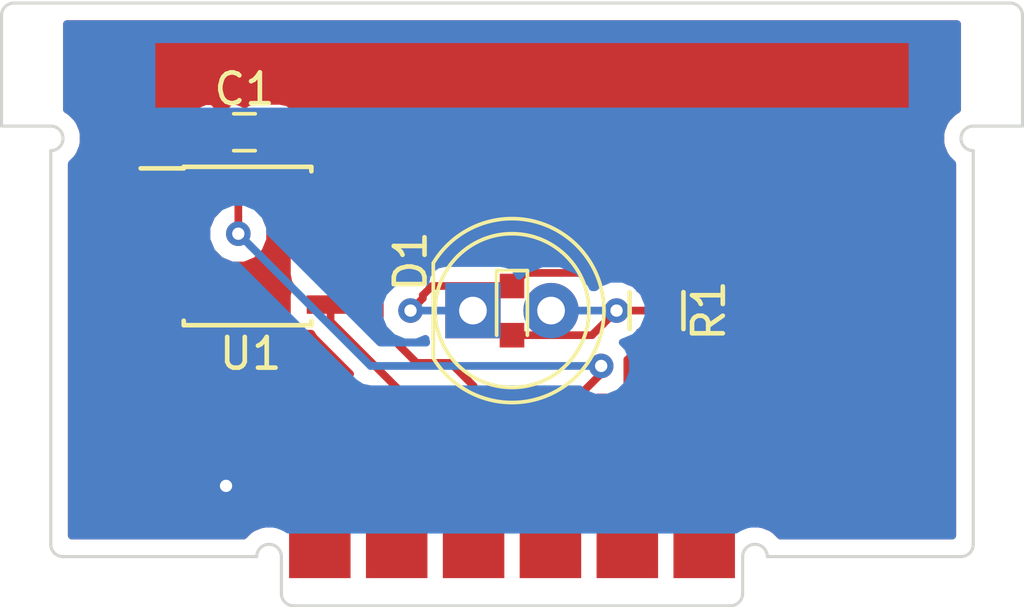
<source format=kicad_pcb>
(kicad_pcb (version 20170123) (host pcbnew "(2017-09-07 revision 3b08636)-master")

  (general
    (thickness 1.6)
    (drawings 26)
    (tracks 57)
    (zones 0)
    (modules 6)
    (nets 8)
  )

  (page A4)
  (layers
    (0 F.Cu signal)
    (31 B.Cu signal)
    (32 B.Adhes user)
    (33 F.Adhes user)
    (34 B.Paste user)
    (35 F.Paste user)
    (36 B.SilkS user)
    (37 F.SilkS user)
    (38 B.Mask user)
    (39 F.Mask user)
    (40 Dwgs.User user)
    (41 Cmts.User user)
    (42 Eco1.User user hide)
    (43 Eco2.User user)
    (44 Edge.Cuts user)
    (45 Margin user)
    (46 B.CrtYd user)
    (47 F.CrtYd user)
    (48 B.Fab user)
    (49 F.Fab user)
  )

  (setup
    (last_trace_width 0.25)
    (trace_clearance 0.2)
    (zone_clearance 0.508)
    (zone_45_only yes)
    (trace_min 0.2)
    (segment_width 0.2)
    (edge_width 0.2)
    (via_size 0.8)
    (via_drill 0.4)
    (via_min_size 0.4)
    (via_min_drill 0.3)
    (uvia_size 0.3)
    (uvia_drill 0.1)
    (uvias_allowed no)
    (uvia_min_size 0.2)
    (uvia_min_drill 0.1)
    (pcb_text_width 0.3)
    (pcb_text_size 1.5 1.5)
    (mod_edge_width 0.15)
    (mod_text_size 1 1)
    (mod_text_width 0.15)
    (pad_size 1.524 1.524)
    (pad_drill 0.762)
    (pad_to_mask_clearance 0.2)
    (aux_axis_origin 143.4 67)
    (grid_origin 143.4 67)
    (visible_elements FFFFEF7F)
    (pcbplotparams
      (layerselection 0x010f0_ffffffff)
      (usegerberextensions true)
      (usegerberattributes true)
      (usegerberadvancedattributes true)
      (creategerberjobfile true)
      (excludeedgelayer false)
      (linewidth 0.100000)
      (plotframeref false)
      (viasonmask false)
      (mode 1)
      (useauxorigin true)
      (hpglpennumber 1)
      (hpglpenspeed 20)
      (hpglpendiameter 15)
      (psnegative false)
      (psa4output false)
      (plotreference true)
      (plotvalue true)
      (plotinvisibletext false)
      (padsonsilk false)
      (subtractmaskfromsilk false)
      (outputformat 1)
      (mirror false)
      (drillshape 0)
      (scaleselection 1)
      (outputdirectory DI-Lambda-UNO-panel-LED-v1.3-gerbers-2017dec10))
  )

  (net 0 "")
  (net 1 GND)
  (net 2 /SDA)
  (net 3 /SCL)
  (net 4 /VCC)
  (net 5 /GLED)
  (net 6 /VLED)
  (net 7 "Net-(D1-Pad1)")

  (net_class Default "This is the default net class."
    (clearance 0.2)
    (trace_width 0.25)
    (via_dia 0.8)
    (via_drill 0.4)
    (uvia_dia 0.3)
    (uvia_drill 0.1)
    (add_net /GLED)
    (add_net /SCL)
    (add_net /SDA)
    (add_net /VCC)
    (add_net /VLED)
    (add_net GND)
    (add_net "Net-(D1-Pad1)")
  )

  (module Spring-contact-connector-2:Contact-2.5x6 (layer F.Cu) (tedit 59ED5B97) (tstamp 59DED56A)
    (at 160 90.7)
    (path /59A83F54)
    (fp_text reference J1 (at -9 -2.4) (layer F.SilkS) hide
      (effects (font (size 1 1) (thickness 0.15)))
    )
    (fp_text value Conn_01X06 (at 0 1.5) (layer F.Fab)
      (effects (font (size 1 1) (thickness 0.15)))
    )
    (pad 6 smd rect (at 6.25 -1) (size 2 6) (layers F.Cu F.Paste F.Mask)
      (net 6 /VLED))
    (pad 5 smd rect (at 3.75 -1) (size 2 6) (layers F.Cu F.Paste F.Mask)
      (net 5 /GLED))
    (pad 4 smd rect (at 1.25 -1) (size 2 6) (layers F.Cu F.Paste F.Mask)
      (net 4 /VCC))
    (pad 3 smd rect (at -1.25 -1) (size 2 6) (layers F.Cu F.Paste F.Mask)
      (net 3 /SCL))
    (pad 2 smd rect (at -3.75 -1) (size 2 6) (layers F.Cu F.Paste F.Mask)
      (net 2 /SDA))
    (pad 1 smd rect (at -6.25 -1) (size 2 6) (layers F.Cu F.Paste F.Mask)
      (net 1 GND))
  )

  (module LED-single-layer:LED_D5.0mm (layer F.Cu) (tedit 599DFFEA) (tstamp 59E67C95)
    (at 158.73 84)
    (descr "LED, diameter 5.0mm, 2 pins, http://cdn-reichelt.de/documents/datenblatt/A500/LL-504BC2E-009.pdf")
    (tags "LED diameter 5.0mm 2 pins")
    (path /59A84290)
    (fp_text reference D1 (at -2.03 -1.6 90) (layer F.SilkS)
      (effects (font (size 1 1) (thickness 0.15)))
    )
    (fp_text value LED (at 1.27 3.96) (layer F.Fab)
      (effects (font (size 1 1) (thickness 0.15)))
    )
    (fp_line (start 4.5 -3.25) (end -1.95 -3.25) (layer F.CrtYd) (width 0.05))
    (fp_line (start 4.5 3.25) (end 4.5 -3.25) (layer F.CrtYd) (width 0.05))
    (fp_line (start -1.95 3.25) (end 4.5 3.25) (layer F.CrtYd) (width 0.05))
    (fp_line (start -1.95 -3.25) (end -1.95 3.25) (layer F.CrtYd) (width 0.05))
    (fp_line (start -1.29 -1.545) (end -1.29 1.545) (layer F.SilkS) (width 0.12))
    (fp_line (start -1.23 -1.469694) (end -1.23 1.469694) (layer F.Fab) (width 0.1))
    (fp_circle (center 1.27 0) (end 3.77 0) (layer F.SilkS) (width 0.12))
    (fp_circle (center 1.27 0) (end 3.77 0) (layer F.Fab) (width 0.1))
    (fp_arc (start 1.27 0) (end -1.29 1.54483) (angle -148.9) (layer F.SilkS) (width 0.12))
    (fp_arc (start 1.27 0) (end -1.29 -1.54483) (angle 148.9) (layer F.SilkS) (width 0.12))
    (fp_arc (start 1.27 0) (end -1.23 -1.469694) (angle 299.1) (layer F.Fab) (width 0.1))
    (pad 2 thru_hole circle (at 2.54 0) (size 1.8 1.8) (drill 0.9) (layers B.Cu B.Mask)
      (net 6 /VLED))
    (pad 1 thru_hole rect (at 0 0) (size 1.8 1.8) (drill 0.9) (layers B.Cu B.Mask)
      (net 7 "Net-(D1-Pad1)"))
    (model LEDs.3dshapes/LED_D5.0mm.wrl
      (at (xyz 0 0 0))
      (scale (xyz 0.393701 0.393701 0.393701))
      (rotate (xyz 0 0 0))
    )
  )

  (module Capacitors_SMD:C_0603 (layer F.Cu) (tedit 5415D631) (tstamp 59DED5CC)
    (at 151.3 78.2 180)
    (descr "Capacitor SMD 0603, reflow soldering, AVX (see smccp.pdf)")
    (tags "capacitor 0603")
    (path /59A85D49)
    (attr smd)
    (fp_text reference C1 (at 0 1.4 180) (layer F.SilkS)
      (effects (font (size 1 1) (thickness 0.15)))
    )
    (fp_text value "0.1uF 25v" (at 0 1.9 180) (layer F.Fab)
      (effects (font (size 1 1) (thickness 0.15)))
    )
    (fp_line (start 0.35 0.6) (end -0.35 0.6) (layer F.SilkS) (width 0.12))
    (fp_line (start -0.35 -0.6) (end 0.35 -0.6) (layer F.SilkS) (width 0.12))
    (fp_line (start 1.45 -0.75) (end 1.45 0.75) (layer F.CrtYd) (width 0.05))
    (fp_line (start -1.45 -0.75) (end -1.45 0.75) (layer F.CrtYd) (width 0.05))
    (fp_line (start -1.45 0.75) (end 1.45 0.75) (layer F.CrtYd) (width 0.05))
    (fp_line (start -1.45 -0.75) (end 1.45 -0.75) (layer F.CrtYd) (width 0.05))
    (fp_line (start -0.8 -0.4) (end 0.8 -0.4) (layer F.Fab) (width 0.1))
    (fp_line (start 0.8 -0.4) (end 0.8 0.4) (layer F.Fab) (width 0.1))
    (fp_line (start 0.8 0.4) (end -0.8 0.4) (layer F.Fab) (width 0.1))
    (fp_line (start -0.8 0.4) (end -0.8 -0.4) (layer F.Fab) (width 0.1))
    (pad 2 smd rect (at 0.75 0 180) (size 0.8 0.75) (layers F.Cu F.Paste F.Mask)
      (net 1 GND))
    (pad 1 smd rect (at -0.75 0 180) (size 0.8 0.75) (layers F.Cu F.Paste F.Mask)
      (net 4 /VCC))
    (model Capacitors_SMD.3dshapes/C_0603.wrl
      (at (xyz 0 0 0))
      (scale (xyz 1 1 1))
      (rotate (xyz 0 0 0))
    )
  )

  (module Housings_SOIC:SOIC-8_3.9x4.9mm_Pitch1.27mm (layer F.Cu) (tedit 54130A77) (tstamp 59DED5BC)
    (at 151.4 81.9)
    (descr "8-Lead Plastic Small Outline (SN) - Narrow, 3.90 mm Body [SOIC] (see Microchip Packaging Specification 00000049BS.pdf)")
    (tags "SOIC 1.27")
    (path /59A84A8E)
    (attr smd)
    (fp_text reference U1 (at 0.1 3.5) (layer F.SilkS)
      (effects (font (size 1 1) (thickness 0.15)))
    )
    (fp_text value 24LC02 (at 0 3.5) (layer F.Fab)
      (effects (font (size 1 1) (thickness 0.15)))
    )
    (fp_line (start -2.075 -2.525) (end -3.475 -2.525) (layer F.SilkS) (width 0.15))
    (fp_line (start -2.075 2.575) (end 2.075 2.575) (layer F.SilkS) (width 0.15))
    (fp_line (start -2.075 -2.575) (end 2.075 -2.575) (layer F.SilkS) (width 0.15))
    (fp_line (start -2.075 2.575) (end -2.075 2.43) (layer F.SilkS) (width 0.15))
    (fp_line (start 2.075 2.575) (end 2.075 2.43) (layer F.SilkS) (width 0.15))
    (fp_line (start 2.075 -2.575) (end 2.075 -2.43) (layer F.SilkS) (width 0.15))
    (fp_line (start -2.075 -2.575) (end -2.075 -2.525) (layer F.SilkS) (width 0.15))
    (fp_line (start -3.75 2.75) (end 3.75 2.75) (layer F.CrtYd) (width 0.05))
    (fp_line (start -3.75 -2.75) (end 3.75 -2.75) (layer F.CrtYd) (width 0.05))
    (fp_line (start 3.75 -2.75) (end 3.75 2.75) (layer F.CrtYd) (width 0.05))
    (fp_line (start -3.75 -2.75) (end -3.75 2.75) (layer F.CrtYd) (width 0.05))
    (fp_line (start -1.95 -1.45) (end -0.95 -2.45) (layer F.Fab) (width 0.15))
    (fp_line (start -1.95 2.45) (end -1.95 -1.45) (layer F.Fab) (width 0.15))
    (fp_line (start 1.95 2.45) (end -1.95 2.45) (layer F.Fab) (width 0.15))
    (fp_line (start 1.95 -2.45) (end 1.95 2.45) (layer F.Fab) (width 0.15))
    (fp_line (start -0.95 -2.45) (end 1.95 -2.45) (layer F.Fab) (width 0.15))
    (pad 8 smd rect (at 2.7 -1.905) (size 1.55 0.6) (layers F.Cu F.Paste F.Mask)
      (net 4 /VCC))
    (pad 7 smd rect (at 2.7 -0.635) (size 1.55 0.6) (layers F.Cu F.Paste F.Mask)
      (net 1 GND))
    (pad 6 smd rect (at 2.7 0.635) (size 1.55 0.6) (layers F.Cu F.Paste F.Mask)
      (net 3 /SCL))
    (pad 5 smd rect (at 2.7 1.905) (size 1.55 0.6) (layers F.Cu F.Paste F.Mask)
      (net 2 /SDA))
    (pad 4 smd rect (at -2.7 1.905) (size 1.55 0.6) (layers F.Cu F.Paste F.Mask)
      (net 1 GND))
    (pad 3 smd rect (at -2.7 0.635) (size 1.55 0.6) (layers F.Cu F.Paste F.Mask)
      (net 1 GND))
    (pad 2 smd rect (at -2.7 -0.635) (size 1.55 0.6) (layers F.Cu F.Paste F.Mask)
      (net 1 GND))
    (pad 1 smd rect (at -2.7 -1.905) (size 1.55 0.6) (layers F.Cu F.Paste F.Mask)
      (net 1 GND))
    (model Housings_SOIC.3dshapes/SOIC-8_3.9x4.9mm_Pitch1.27mm.wrl
      (at (xyz 0 0 0))
      (scale (xyz 1 1 1))
      (rotate (xyz 0 0 0))
    )
  )

  (module LEDs:LED_0603 (layer F.Cu) (tedit 599E1FDD) (tstamp 59DED5A0)
    (at 160 84 270)
    (descr "LED 0603 smd package")
    (tags "LED led 0603 SMD smd SMT smt smdled SMDLED smtled SMTLED")
    (path /59A8436B)
    (attr smd)
    (fp_text reference D2 (at 0 -1.3 270) (layer F.SilkS) hide
      (effects (font (size 1 1) (thickness 0.15)))
    )
    (fp_text value LED (at 0 1.35 270) (layer F.Fab)
      (effects (font (size 1 1) (thickness 0.15)))
    )
    (fp_line (start -1.45 -0.65) (end 1.45 -0.65) (layer F.CrtYd) (width 0.05))
    (fp_line (start -1.45 0.65) (end -1.45 -0.65) (layer F.CrtYd) (width 0.05))
    (fp_line (start 1.45 0.65) (end -1.45 0.65) (layer F.CrtYd) (width 0.05))
    (fp_line (start 1.45 -0.65) (end 1.45 0.65) (layer F.CrtYd) (width 0.05))
    (fp_line (start -1.3 -0.5) (end 0.8 -0.5) (layer F.SilkS) (width 0.12))
    (fp_line (start -1.3 0.5) (end 0.8 0.5) (layer F.SilkS) (width 0.12))
    (fp_line (start -0.8 0.4) (end -0.8 -0.4) (layer F.Fab) (width 0.1))
    (fp_line (start -0.8 -0.4) (end 0.8 -0.4) (layer F.Fab) (width 0.1))
    (fp_line (start 0.8 -0.4) (end 0.8 0.4) (layer F.Fab) (width 0.1))
    (fp_line (start 0.8 0.4) (end -0.8 0.4) (layer F.Fab) (width 0.1))
    (fp_line (start 0.15 -0.2) (end 0.15 0.2) (layer F.Fab) (width 0.1))
    (fp_line (start 0.15 0.2) (end -0.15 0) (layer F.Fab) (width 0.1))
    (fp_line (start -0.15 0) (end 0.15 -0.2) (layer F.Fab) (width 0.1))
    (fp_line (start -0.2 -0.2) (end -0.2 0.2) (layer F.Fab) (width 0.1))
    (fp_line (start -1.3 -0.5) (end -1.3 0.5) (layer F.SilkS) (width 0.12))
    (pad 1 smd rect (at -0.8 0 90) (size 0.8 0.8) (layers F.Cu F.Paste F.Mask)
      (net 7 "Net-(D1-Pad1)"))
    (pad 2 smd rect (at 0.8 0 90) (size 0.8 0.8) (layers F.Cu F.Paste F.Mask)
      (net 6 /VLED))
    (model LEDs.3dshapes/LED_0603.wrl
      (at (xyz 0 0 0))
      (scale (xyz 1 1 1))
      (rotate (xyz 0 0 180))
    )
  )

  (module Resistors_SMD:R_0805 (layer F.Cu) (tedit 58307B54) (tstamp 59DED57A)
    (at 164.7 84 90)
    (descr "Resistor SMD 0805, reflow soldering, Vishay (see dcrcw.pdf)")
    (tags "resistor 0805")
    (path /59A84411)
    (attr smd)
    (fp_text reference R1 (at 0 1.7 90) (layer F.SilkS)
      (effects (font (size 1 1) (thickness 0.15)))
    )
    (fp_text value R_Small (at 0 2.1 90) (layer F.Fab)
      (effects (font (size 1 1) (thickness 0.15)))
    )
    (fp_line (start -0.6 -0.875) (end 0.6 -0.875) (layer F.SilkS) (width 0.15))
    (fp_line (start 0.6 0.875) (end -0.6 0.875) (layer F.SilkS) (width 0.15))
    (fp_line (start 1.6 -1) (end 1.6 1) (layer F.CrtYd) (width 0.05))
    (fp_line (start -1.6 -1) (end -1.6 1) (layer F.CrtYd) (width 0.05))
    (fp_line (start -1.6 1) (end 1.6 1) (layer F.CrtYd) (width 0.05))
    (fp_line (start -1.6 -1) (end 1.6 -1) (layer F.CrtYd) (width 0.05))
    (fp_line (start -1 -0.625) (end 1 -0.625) (layer F.Fab) (width 0.1))
    (fp_line (start 1 -0.625) (end 1 0.625) (layer F.Fab) (width 0.1))
    (fp_line (start 1 0.625) (end -1 0.625) (layer F.Fab) (width 0.1))
    (fp_line (start -1 0.625) (end -1 -0.625) (layer F.Fab) (width 0.1))
    (pad 2 smd rect (at 0.95 0 90) (size 0.7 1.3) (layers F.Cu F.Paste F.Mask)
      (net 7 "Net-(D1-Pad1)"))
    (pad 1 smd rect (at -0.95 0 90) (size 0.7 1.3) (layers F.Cu F.Paste F.Mask)
      (net 5 /GLED))
    (model Resistors_SMD.3dshapes/R_0805.wrl
      (at (xyz 0 0 0))
      (scale (xyz 1 1 1))
      (rotate (xyz 0 0 0))
    )
  )

  (gr_text "DI-Lambda UNO v1.3" (at 160.7 76.4) (layer B.Mask)
    (effects (font (size 1.5 1.5) (thickness 0.3)) (justify mirror))
  )
  (dimension 4 (width 0.3) (layer Eco1.User)
    (gr_text "4.000 mm" (at 173.05 90 90) (layer Eco1.User) (tstamp 5AA8CD37)
      (effects (font (size 1.5 1.5) (thickness 0.3)))
    )
    (feature1 (pts (xy 151.7 88) (xy 174.4 88)))
    (feature2 (pts (xy 151.7 92) (xy 174.4 92)))
    (crossbar (pts (xy 171.7 92) (xy 171.7 88)))
    (arrow1a (pts (xy 171.7 88) (xy 172.286421 89.126504)))
    (arrow1b (pts (xy 171.7 88) (xy 171.113579 89.126504)))
    (arrow2a (pts (xy 171.7 92) (xy 172.286421 90.873496)))
    (arrow2b (pts (xy 171.7 92) (xy 171.113579 90.873496)))
  )
  (dimension 8 (width 0.3) (layer Eco1.User)
    (gr_text "8.000 mm" (at 168.25 88 90) (layer Eco1.User) (tstamp 5AA8CD38)
      (effects (font (size 1.5 1.5) (thickness 0.3)))
    )
    (feature1 (pts (xy 151.6 84) (xy 169.6 84)))
    (feature2 (pts (xy 151.6 92) (xy 169.6 92)))
    (crossbar (pts (xy 166.9 92) (xy 166.9 84)))
    (arrow1a (pts (xy 166.9 84) (xy 167.486421 85.126504)))
    (arrow1b (pts (xy 166.9 84) (xy 166.313579 85.126504)))
    (arrow2a (pts (xy 166.9 92) (xy 167.486421 90.873496)))
    (arrow2b (pts (xy 166.9 92) (xy 166.313579 90.873496)))
  )
  (dimension 7.5 (width 0.3) (layer Eco1.User)
    (gr_text "7.500 mm" (at 156.25 73.95) (layer Eco1.User) (tstamp 5AA8CD39)
      (effects (font (size 1.5 1.5) (thickness 0.3)))
    )
    (feature1 (pts (xy 160 92.8) (xy 160 72.6)))
    (feature2 (pts (xy 152.5 92.8) (xy 152.5 72.6)))
    (crossbar (pts (xy 152.5 75.3) (xy 160 75.3)))
    (arrow1a (pts (xy 160 75.3) (xy 158.873496 75.886421)))
    (arrow1b (pts (xy 160 75.3) (xy 158.873496 74.713579)))
    (arrow2a (pts (xy 152.5 75.3) (xy 153.626504 75.886421)))
    (arrow2b (pts (xy 152.5 75.3) (xy 153.626504 74.713579)))
  )
  (gr_arc (start 175 78.4) (end 175 78.8) (angle 180) (layer Edge.Cuts) (width 0.1) (tstamp 599B4199))
  (gr_arc (start 145 78.4) (end 145 78) (angle 180) (layer Edge.Cuts) (width 0.1) (tstamp 599B4195))
  (gr_arc (start 176.2 74.4) (end 176.2 74) (angle 90) (layer Edge.Cuts) (width 0.1) (tstamp 599B4161))
  (gr_arc (start 143.8 74.4) (end 143.4 74.4) (angle 90) (layer Edge.Cuts) (width 0.1) (tstamp 599B362C))
  (gr_arc (start 174.6 91.6) (end 175 91.6) (angle 90) (layer Edge.Cuts) (width 0.1) (tstamp 599B361A))
  (gr_arc (start 145.4 91.6) (end 145.4 92) (angle 90) (layer Edge.Cuts) (width 0.1) (tstamp 599B360F))
  (gr_arc (start 167.1 93.2) (end 167.5 93.2) (angle 90) (layer Edge.Cuts) (width 0.1) (tstamp 599B3600))
  (gr_arc (start 152.9 93.2) (end 152.9 93.6) (angle 90) (layer Edge.Cuts) (width 0.1) (tstamp 599B35F4))
  (gr_arc (start 167.9 92) (end 167.5 92) (angle 180) (layer Edge.Cuts) (width 0.1) (tstamp 599B35E7))
  (gr_arc (start 152.1 92) (end 151.7 92) (angle 180) (layer Edge.Cuts) (width 0.1) (tstamp 599B35D7))
  (gr_line (start 175 91.6) (end 175 78.8) (layer Edge.Cuts) (width 0.1))
  (gr_line (start 176.2 74) (end 143.8 74) (layer Edge.Cuts) (width 0.1))
  (gr_line (start 175 78) (end 176.6 78) (layer Edge.Cuts) (width 0.1))
  (gr_line (start 145 91.6) (end 145 78.8) (layer Edge.Cuts) (width 0.1))
  (gr_line (start 174.6 92) (end 168.3 92) (layer Edge.Cuts) (width 0.1))
  (gr_line (start 176.6 74.4) (end 176.6 78) (layer Edge.Cuts) (width 0.1))
  (gr_line (start 167.5 93.2) (end 167.5 92) (layer Edge.Cuts) (width 0.1))
  (gr_line (start 152.9 93.6) (end 167.1 93.6) (layer Edge.Cuts) (width 0.1))
  (gr_line (start 143.4 78) (end 143.4 74.4) (layer Edge.Cuts) (width 0.1))
  (gr_line (start 145 78) (end 143.4 78) (layer Edge.Cuts) (width 0.1))
  (gr_line (start 152.5 92) (end 152.5 93.2) (layer Edge.Cuts) (width 0.1))
  (gr_line (start 145.4 92) (end 151.7 92) (layer Edge.Cuts) (width 0.1))

  (segment (start 153.75 89.7) (end 150.7 89.7) (width 0.25) (layer F.Cu) (net 1))
  (via (at 150.7 89.7) (size 0.8) (drill 0.4) (layers F.Cu B.Cu) (net 1))
  (segment (start 150.55 78.2) (end 149.5 78.2) (width 0.25) (layer F.Cu) (net 1))
  (segment (start 149.5 78.2) (end 148.7 79) (width 0.25) (layer F.Cu) (net 1))
  (segment (start 148.7 79) (end 148.7 79.995) (width 0.25) (layer F.Cu) (net 1))
  (segment (start 148.7 81.265) (end 148.7 79.995) (width 0.25) (layer F.Cu) (net 1))
  (segment (start 148.7 82.535) (end 148.7 81.265) (width 0.25) (layer F.Cu) (net 1))
  (segment (start 148.7 83.805) (end 148.7 82.535) (width 0.25) (layer F.Cu) (net 1))
  (segment (start 153.75 89.7) (end 152.5 89.7) (width 0.25) (layer F.Cu) (net 1))
  (segment (start 152.5 89.7) (end 148.7 85.9) (width 0.25) (layer F.Cu) (net 1))
  (segment (start 148.7 85.9) (end 148.7 84.355) (width 0.25) (layer F.Cu) (net 1))
  (segment (start 148.7 84.355) (end 148.7 83.805) (width 0.25) (layer F.Cu) (net 1))
  (segment (start 156.25 89.7) (end 156.25 86.505) (width 0.25) (layer F.Cu) (net 2))
  (segment (start 156.25 86.505) (end 154.1 84.355) (width 0.25) (layer F.Cu) (net 2))
  (segment (start 154.1 84.355) (end 154.1 83.805) (width 0.25) (layer F.Cu) (net 2))
  (segment (start 158.75 88.2) (end 158.75 86.45) (width 0.25) (layer F.Cu) (net 3))
  (segment (start 158.75 86.45) (end 158 85.7) (width 0.25) (layer F.Cu) (net 3))
  (segment (start 158 85.7) (end 156.9 85.7) (width 0.25) (layer F.Cu) (net 3))
  (segment (start 156.9 85.7) (end 155.7 84.5) (width 0.25) (layer F.Cu) (net 3))
  (segment (start 155.7 84.5) (end 155.7 83.2) (width 0.25) (layer F.Cu) (net 3))
  (segment (start 155.7 83.2) (end 155.035 82.535) (width 0.25) (layer F.Cu) (net 3))
  (segment (start 155.035 82.535) (end 154.1 82.535) (width 0.25) (layer F.Cu) (net 3))
  (segment (start 152.075 78.2) (end 152.075 78.625) (width 0.25) (layer F.Cu) (net 4))
  (segment (start 152.075 78.625) (end 151.1 79.6) (width 0.25) (layer F.Cu) (net 4))
  (segment (start 151.1 79.6) (end 151.1 80.934315) (width 0.25) (layer F.Cu) (net 4))
  (segment (start 151.1 80.934315) (end 151.1 81.5) (width 0.25) (layer F.Cu) (net 4))
  (segment (start 151.499999 81.899999) (end 151.1 81.5) (width 0.25) (layer B.Cu) (net 4))
  (segment (start 155.4 85.8) (end 151.499999 81.899999) (width 0.25) (layer B.Cu) (net 4))
  (segment (start 162.9 85.8) (end 155.4 85.8) (width 0.25) (layer B.Cu) (net 4))
  (via (at 151.1 81.5) (size 0.8) (drill 0.4) (layers F.Cu B.Cu) (net 4))
  (segment (start 152.05 78.2) (end 152.075 78.2) (width 0.25) (layer F.Cu) (net 4))
  (segment (start 152.075 78.2) (end 153.87 79.995) (width 0.25) (layer F.Cu) (net 4))
  (segment (start 153.87 79.995) (end 154.1 79.995) (width 0.25) (layer F.Cu) (net 4))
  (segment (start 161.25 88.2) (end 161.25 87.7) (width 0.25) (layer F.Cu) (net 4))
  (segment (start 161.25 87.7) (end 162.9 86.05) (width 0.25) (layer F.Cu) (net 4))
  (segment (start 162.9 86.05) (end 162.9 85.8) (width 0.25) (layer F.Cu) (net 4))
  (via (at 162.9 85.8) (size 0.8) (drill 0.4) (layers F.Cu B.Cu) (net 4))
  (segment (start 163.75 88.2) (end 163.75 85.6) (width 0.25) (layer F.Cu) (net 5))
  (segment (start 163.75 85.6) (end 164.4 84.95) (width 0.25) (layer F.Cu) (net 5))
  (segment (start 164.4 84.95) (end 164.7 84.95) (width 0.25) (layer F.Cu) (net 5))
  (segment (start 163.4 84) (end 165.75 84) (width 0.25) (layer F.Cu) (net 6))
  (segment (start 165.75 84) (end 166.25 84.5) (width 0.25) (layer F.Cu) (net 6))
  (segment (start 166.25 84.5) (end 166.25 88.2) (width 0.25) (layer F.Cu) (net 6))
  (segment (start 160 84.8) (end 162.6 84.8) (width 0.25) (layer F.Cu) (net 6))
  (segment (start 162.6 84.8) (end 163.4 84) (width 0.25) (layer F.Cu) (net 6))
  (segment (start 161.27 84) (end 163.4 84) (width 0.25) (layer B.Cu) (net 6))
  (via (at 163.4 84) (size 0.8) (drill 0.4) (layers F.Cu B.Cu) (net 6))
  (segment (start 164.7 83.05) (end 163.8 83.05) (width 0.25) (layer F.Cu) (net 7))
  (segment (start 163.8 83.05) (end 163.524999 82.774999) (width 0.25) (layer F.Cu) (net 7))
  (segment (start 163.524999 82.774999) (end 160.425001 82.774999) (width 0.25) (layer F.Cu) (net 7))
  (segment (start 160.425001 82.774999) (end 160 83.2) (width 0.25) (layer F.Cu) (net 7))
  (segment (start 157.099999 83.500001) (end 157.4 83.2) (width 0.25) (layer F.Cu) (net 7))
  (segment (start 157.4 83.2) (end 160 83.2) (width 0.25) (layer F.Cu) (net 7))
  (segment (start 156.7 84) (end 157.099999 83.600001) (width 0.25) (layer F.Cu) (net 7))
  (segment (start 157.099999 83.600001) (end 157.099999 83.500001) (width 0.25) (layer F.Cu) (net 7))
  (segment (start 158.73 84) (end 156.7 84) (width 0.25) (layer B.Cu) (net 7))
  (via (at 156.7 84) (size 0.8) (drill 0.4) (layers F.Cu B.Cu) (net 7))

  (zone (net 1) (net_name GND) (layer B.Cu) (tstamp 5A1AF39D) (hatch edge 0.508)
    (connect_pads (clearance 0.508))
    (min_thickness 0.254)
    (fill yes (arc_segments 16) (thermal_gap 0.508) (thermal_bridge_width 0.508))
    (polygon
      (pts
        (xy 145.4 73.9) (xy 174.6 73.9) (xy 174.6 78.4) (xy 175.15 78.4) (xy 175.15 92.1)
        (xy 167.9 92.25) (xy 167.9 91.25) (xy 152.15 91.25) (xy 152.15 92.25) (xy 144.75 92.15)
        (xy 144.9 78.4) (xy 145.4 78.4)
      )
    )
    (filled_polygon
      (pts
        (xy 174.473 77.458141) (xy 174.466363 77.46089) (xy 174.336593 77.547599) (xy 174.147599 77.736593) (xy 174.06089 77.866363)
        (xy 174.000978 78.011005) (xy 173.95861 78.11329) (xy 173.928162 78.266364) (xy 173.928162 78.533636) (xy 173.95861 78.68671)
        (xy 173.993707 78.771441) (xy 174.06089 78.933637) (xy 174.147599 79.063407) (xy 174.315 79.230808) (xy 174.315 91.315)
        (xy 168.730808 91.315) (xy 168.563407 91.147599) (xy 168.433637 91.06089) (xy 168.271441 90.993707) (xy 168.18671 90.95861)
        (xy 168.033636 90.928162) (xy 167.766364 90.928162) (xy 167.613291 90.95861) (xy 167.511011 91.000976) (xy 167.366363 91.06089)
        (xy 167.273408 91.123) (xy 152.726592 91.123) (xy 152.633637 91.06089) (xy 152.471441 90.993707) (xy 152.38671 90.95861)
        (xy 152.233636 90.928162) (xy 151.966364 90.928162) (xy 151.813291 90.95861) (xy 151.711011 91.000976) (xy 151.566363 91.06089)
        (xy 151.436593 91.147599) (xy 151.269192 91.315) (xy 145.685 91.315) (xy 145.685 81.704971) (xy 150.064821 81.704971)
        (xy 150.222058 82.085515) (xy 150.512954 82.376919) (xy 150.893223 82.53482) (xy 151.060164 82.534966) (xy 154.862599 86.337401)
        (xy 155.10916 86.502148) (xy 155.4 86.56) (xy 162.196239 86.56) (xy 162.312954 86.676919) (xy 162.693223 86.83482)
        (xy 163.104971 86.835179) (xy 163.485515 86.677942) (xy 163.776919 86.387046) (xy 163.93482 86.006777) (xy 163.935179 85.595029)
        (xy 163.777942 85.214485) (xy 163.598943 85.035174) (xy 163.604971 85.035179) (xy 163.985515 84.877942) (xy 164.276919 84.587046)
        (xy 164.43482 84.206777) (xy 164.435179 83.795029) (xy 164.277942 83.414485) (xy 163.987046 83.123081) (xy 163.606777 82.96518)
        (xy 163.195029 82.964821) (xy 162.814485 83.122058) (xy 162.696337 83.24) (xy 162.616846 83.24) (xy 162.572068 83.131629)
        (xy 162.140643 82.699449) (xy 161.57667 82.465267) (xy 160.966009 82.464735) (xy 160.401629 82.697932) (xy 160.231288 82.867975)
        (xy 160.228157 82.852235) (xy 160.087809 82.642191) (xy 159.877765 82.501843) (xy 159.63 82.45256) (xy 157.83 82.45256)
        (xy 157.582235 82.501843) (xy 157.372191 82.642191) (xy 157.231843 82.852235) (xy 157.186291 83.081244) (xy 156.906777 82.96518)
        (xy 156.495029 82.964821) (xy 156.114485 83.122058) (xy 155.823081 83.412954) (xy 155.66518 83.793223) (xy 155.664821 84.204971)
        (xy 155.822058 84.585515) (xy 156.112954 84.876919) (xy 156.493223 85.03482) (xy 156.904971 85.035179) (xy 157.186325 84.918926)
        (xy 157.210407 85.04) (xy 155.714802 85.04) (xy 152.135035 81.460233) (xy 152.135179 81.295029) (xy 151.977942 80.914485)
        (xy 151.687046 80.623081) (xy 151.306777 80.46518) (xy 150.895029 80.464821) (xy 150.514485 80.622058) (xy 150.223081 80.912954)
        (xy 150.06518 81.293223) (xy 150.064821 81.704971) (xy 145.685 81.704971) (xy 145.685 79.230808) (xy 145.852401 79.063407)
        (xy 145.93911 78.933637) (xy 146.002514 78.780565) (xy 146.04139 78.686709) (xy 146.071838 78.533636) (xy 146.071838 78.266364)
        (xy 146.04139 78.113291) (xy 145.999022 78.011005) (xy 145.93911 77.866363) (xy 145.852401 77.736593) (xy 145.663407 77.547599)
        (xy 145.533637 77.46089) (xy 145.527 77.458141) (xy 145.527 75.3) (xy 148.273 75.3) (xy 148.273 77.4)
        (xy 148.282667 77.448601) (xy 148.310197 77.489803) (xy 148.351399 77.517333) (xy 148.4 77.527) (xy 172.9 77.527)
        (xy 172.948601 77.517333) (xy 172.989803 77.489803) (xy 173.017333 77.448601) (xy 173.027 77.4) (xy 173.027 75.3)
        (xy 173.017333 75.251399) (xy 172.989803 75.210197) (xy 172.948601 75.182667) (xy 172.9 75.173) (xy 148.4 75.173)
        (xy 148.351399 75.182667) (xy 148.310197 75.210197) (xy 148.282667 75.251399) (xy 148.273 75.3) (xy 145.527 75.3)
        (xy 145.527 74.685) (xy 174.473 74.685)
      )
    )
  )
  (zone (net 1) (net_name GND) (layer F.Cu) (tstamp 5A264AE9) (hatch edge 0.508)
    (connect_pads (clearance 0.508))
    (min_thickness 0.254)
    (fill yes (arc_segments 16) (thermal_gap 0.508) (thermal_bridge_width 0.508))
    (polygon
      (pts
        (xy 145.4 73.9) (xy 174.6 73.9) (xy 174.6 78.4) (xy 175.15 78.4) (xy 175.15 92.1)
        (xy 167.9 92.25) (xy 167.9 91.25) (xy 152.15 91.25) (xy 152.15 92.25) (xy 144.75 92.15)
        (xy 144.9 78.4) (xy 145.4 78.4)
      )
    )
    (filled_polygon
      (pts
        (xy 174.473 77.458141) (xy 174.466363 77.46089) (xy 174.336593 77.547599) (xy 174.147599 77.736593) (xy 174.06089 77.866363)
        (xy 174.000978 78.011005) (xy 173.95861 78.11329) (xy 173.928162 78.266364) (xy 173.928162 78.533636) (xy 173.95861 78.68671)
        (xy 173.979607 78.737401) (xy 174.06089 78.933637) (xy 174.147599 79.063407) (xy 174.315 79.230808) (xy 174.315 91.315)
        (xy 168.730808 91.315) (xy 168.563407 91.147599) (xy 168.433637 91.06089) (xy 168.271441 90.993707) (xy 168.18671 90.95861)
        (xy 168.033636 90.928162) (xy 167.89744 90.928162) (xy 167.89744 86.7) (xy 167.848157 86.452235) (xy 167.707809 86.242191)
        (xy 167.497765 86.101843) (xy 167.25 86.05256) (xy 167.01 86.05256) (xy 167.01 84.5) (xy 166.952148 84.209161)
        (xy 166.787401 83.962599) (xy 166.287401 83.462599) (xy 166.040839 83.297852) (xy 165.99744 83.289219) (xy 165.99744 82.7)
        (xy 165.948157 82.452235) (xy 165.807809 82.242191) (xy 165.597765 82.101843) (xy 165.35 82.05256) (xy 164.05 82.05256)
        (xy 163.846154 82.093107) (xy 163.815838 82.072851) (xy 163.524999 82.014999) (xy 160.425001 82.014999) (xy 160.134161 82.072851)
        (xy 160.014868 82.15256) (xy 159.6 82.15256) (xy 159.352235 82.201843) (xy 159.142191 82.342191) (xy 159.076837 82.44)
        (xy 157.4 82.44) (xy 157.109161 82.497852) (xy 157.053565 82.535) (xy 156.862599 82.662599) (xy 156.562598 82.9626)
        (xy 156.561076 82.964879) (xy 156.495029 82.964821) (xy 156.419433 82.996057) (xy 156.402148 82.909161) (xy 156.237401 82.662599)
        (xy 155.572401 81.997599) (xy 155.424159 81.898547) (xy 155.51 81.69131) (xy 155.51 81.55075) (xy 155.35125 81.392)
        (xy 154.227 81.392) (xy 154.227 81.412) (xy 153.973 81.412) (xy 153.973 81.392) (xy 152.84875 81.392)
        (xy 152.69 81.55075) (xy 152.69 81.69131) (xy 152.779768 81.908028) (xy 152.726843 81.987235) (xy 152.67756 82.235)
        (xy 152.67756 82.835) (xy 152.726843 83.082765) (xy 152.785132 83.17) (xy 152.726843 83.257235) (xy 152.67756 83.505)
        (xy 152.67756 84.105) (xy 152.726843 84.352765) (xy 152.867191 84.562809) (xy 153.077235 84.703157) (xy 153.325 84.75244)
        (xy 153.46908 84.75244) (xy 153.562599 84.892401) (xy 154.735198 86.065) (xy 154.03575 86.065) (xy 153.877 86.22375)
        (xy 153.877 89.573) (xy 153.897 89.573) (xy 153.897 89.827) (xy 153.877 89.827) (xy 153.877 89.847)
        (xy 153.623 89.847) (xy 153.623 89.827) (xy 152.27375 89.827) (xy 152.115 89.98575) (xy 152.115 90.928162)
        (xy 151.966364 90.928162) (xy 151.813291 90.95861) (xy 151.711011 91.000976) (xy 151.566363 91.06089) (xy 151.436593 91.147599)
        (xy 151.269192 91.315) (xy 145.685 91.315) (xy 145.685 86.57369) (xy 152.115 86.57369) (xy 152.115 89.41425)
        (xy 152.27375 89.573) (xy 153.623 89.573) (xy 153.623 86.22375) (xy 153.46425 86.065) (xy 152.623691 86.065)
        (xy 152.390302 86.161673) (xy 152.211673 86.340301) (xy 152.115 86.57369) (xy 145.685 86.57369) (xy 145.685 84.09075)
        (xy 147.29 84.09075) (xy 147.29 84.23131) (xy 147.386673 84.464699) (xy 147.565302 84.643327) (xy 147.798691 84.74)
        (xy 148.41425 84.74) (xy 148.573 84.58125) (xy 148.573 83.932) (xy 148.827 83.932) (xy 148.827 84.58125)
        (xy 148.98575 84.74) (xy 149.601309 84.74) (xy 149.834698 84.643327) (xy 150.013327 84.464699) (xy 150.11 84.23131)
        (xy 150.11 84.09075) (xy 149.95125 83.932) (xy 148.827 83.932) (xy 148.573 83.932) (xy 147.44875 83.932)
        (xy 147.29 84.09075) (xy 145.685 84.09075) (xy 145.685 82.82075) (xy 147.29 82.82075) (xy 147.29 82.96131)
        (xy 147.376442 83.17) (xy 147.29 83.37869) (xy 147.29 83.51925) (xy 147.44875 83.678) (xy 148.573 83.678)
        (xy 148.573 82.662) (xy 148.827 82.662) (xy 148.827 83.678) (xy 149.95125 83.678) (xy 150.11 83.51925)
        (xy 150.11 83.37869) (xy 150.023558 83.17) (xy 150.11 82.96131) (xy 150.11 82.82075) (xy 149.95125 82.662)
        (xy 148.827 82.662) (xy 148.573 82.662) (xy 147.44875 82.662) (xy 147.29 82.82075) (xy 145.685 82.82075)
        (xy 145.685 81.55075) (xy 147.29 81.55075) (xy 147.29 81.69131) (xy 147.376442 81.9) (xy 147.29 82.10869)
        (xy 147.29 82.24925) (xy 147.44875 82.408) (xy 148.573 82.408) (xy 148.573 81.392) (xy 147.44875 81.392)
        (xy 147.29 81.55075) (xy 145.685 81.55075) (xy 145.685 80.28075) (xy 147.29 80.28075) (xy 147.29 80.42131)
        (xy 147.376442 80.63) (xy 147.29 80.83869) (xy 147.29 80.97925) (xy 147.44875 81.138) (xy 148.573 81.138)
        (xy 148.573 80.122) (xy 148.827 80.122) (xy 148.827 81.138) (xy 148.847 81.138) (xy 148.847 81.392)
        (xy 148.827 81.392) (xy 148.827 82.408) (xy 149.95125 82.408) (xy 150.11 82.24925) (xy 150.11 82.10869)
        (xy 150.023558 81.9) (xy 150.084557 81.752735) (xy 150.222058 82.085515) (xy 150.512954 82.376919) (xy 150.893223 82.53482)
        (xy 151.304971 82.535179) (xy 151.685515 82.377942) (xy 151.976919 82.087046) (xy 152.13482 81.706777) (xy 152.135179 81.295029)
        (xy 151.977942 80.914485) (xy 151.86 80.796337) (xy 151.86 79.914802) (xy 152.2875 79.487302) (xy 152.67756 79.877362)
        (xy 152.67756 80.295) (xy 152.726843 80.542765) (xy 152.779768 80.621972) (xy 152.69 80.83869) (xy 152.69 80.97925)
        (xy 152.84875 81.138) (xy 153.973 81.138) (xy 153.973 81.118) (xy 154.227 81.118) (xy 154.227 81.138)
        (xy 155.35125 81.138) (xy 155.51 80.97925) (xy 155.51 80.83869) (xy 155.420232 80.621972) (xy 155.473157 80.542765)
        (xy 155.52244 80.295) (xy 155.52244 79.695) (xy 155.473157 79.447235) (xy 155.332809 79.237191) (xy 155.122765 79.096843)
        (xy 154.875 79.04756) (xy 153.997362 79.04756) (xy 153.09744 78.147638) (xy 153.09744 77.825) (xy 153.048157 77.577235)
        (xy 152.907809 77.367191) (xy 152.697765 77.226843) (xy 152.45 77.17756) (xy 151.65 77.17756) (xy 151.402235 77.226843)
        (xy 151.310898 77.287873) (xy 151.309698 77.286673) (xy 151.076309 77.19) (xy 150.83575 77.19) (xy 150.677 77.34875)
        (xy 150.677 78.073) (xy 150.697 78.073) (xy 150.697 78.327) (xy 150.677 78.327) (xy 150.677 78.347)
        (xy 150.423 78.347) (xy 150.423 78.327) (xy 149.67375 78.327) (xy 149.515 78.48575) (xy 149.515 78.70131)
        (xy 149.611673 78.934699) (xy 149.790302 79.113327) (xy 150.023691 79.21) (xy 150.26425 79.21) (xy 150.422998 79.051252)
        (xy 150.422998 79.21) (xy 150.464109 79.21) (xy 150.397852 79.309161) (xy 150.34 79.6) (xy 150.34 80.796239)
        (xy 150.223081 80.912954) (xy 150.11 81.185284) (xy 150.11 81.137998) (xy 149.951252 81.137998) (xy 150.11 80.97925)
        (xy 150.11 80.83869) (xy 150.023558 80.63) (xy 150.11 80.42131) (xy 150.11 80.28075) (xy 149.95125 80.122)
        (xy 148.827 80.122) (xy 148.573 80.122) (xy 147.44875 80.122) (xy 147.29 80.28075) (xy 145.685 80.28075)
        (xy 145.685 79.56869) (xy 147.29 79.56869) (xy 147.29 79.70925) (xy 147.44875 79.868) (xy 148.573 79.868)
        (xy 148.573 79.21875) (xy 148.827 79.21875) (xy 148.827 79.868) (xy 149.95125 79.868) (xy 150.11 79.70925)
        (xy 150.11 79.56869) (xy 150.013327 79.335301) (xy 149.834698 79.156673) (xy 149.601309 79.06) (xy 148.98575 79.06)
        (xy 148.827 79.21875) (xy 148.573 79.21875) (xy 148.41425 79.06) (xy 147.798691 79.06) (xy 147.565302 79.156673)
        (xy 147.386673 79.335301) (xy 147.29 79.56869) (xy 145.685 79.56869) (xy 145.685 79.230808) (xy 145.852401 79.063407)
        (xy 145.93911 78.933637) (xy 146.020393 78.737401) (xy 146.04139 78.686709) (xy 146.071838 78.533636) (xy 146.071838 78.266364)
        (xy 146.04139 78.113291) (xy 145.999022 78.011005) (xy 145.93911 77.866363) (xy 145.852401 77.736593) (xy 145.814498 77.69869)
        (xy 149.515 77.69869) (xy 149.515 77.91425) (xy 149.67375 78.073) (xy 150.423 78.073) (xy 150.423 77.34875)
        (xy 150.26425 77.19) (xy 150.023691 77.19) (xy 149.790302 77.286673) (xy 149.611673 77.465301) (xy 149.515 77.69869)
        (xy 145.814498 77.69869) (xy 145.663407 77.547599) (xy 145.533637 77.46089) (xy 145.527 77.458141) (xy 145.527 74.685)
        (xy 174.473 74.685)
      )
    )
  )
  (zone (net 0) (net_name "") (layer B.Cu) (tstamp 0) (hatch edge 0.508)
    (connect_pads (clearance 0.508))
    (min_thickness 0.254)
    (keepout (tracks not_allowed) (vias not_allowed) (copperpour not_allowed))
    (fill yes (arc_segments 16) (thermal_gap 0.508) (thermal_bridge_width 0.508))
    (polygon
      (pts
        (xy 148.4 75.3) (xy 148.4 77.4) (xy 172.9 77.4) (xy 172.9 75.3)
      )
    )
  )
)

</source>
